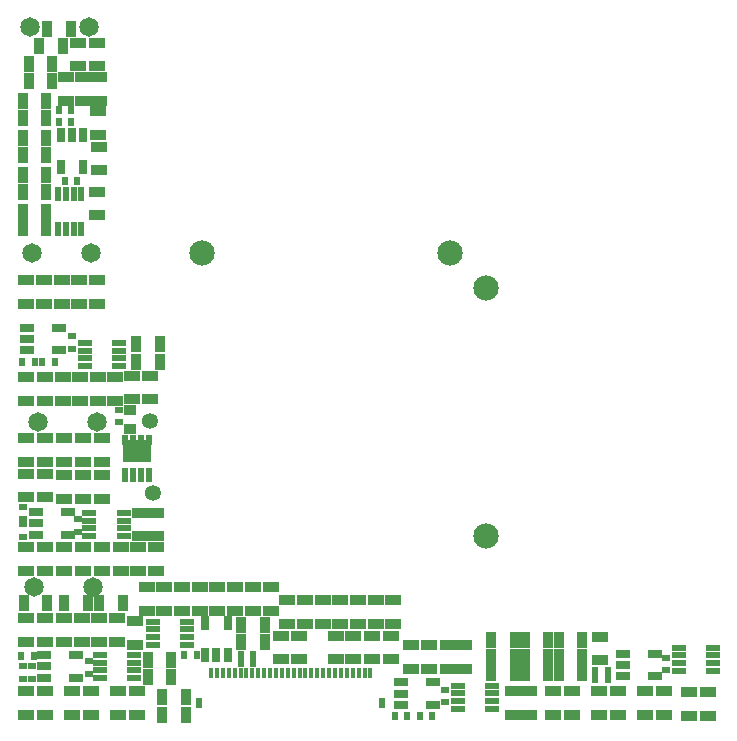
<source format=gbs>
G75*
%MOIN*%
%OFA0B0*%
%FSLAX25Y25*%
%IPPOS*%
%LPD*%
%AMOC8*
5,1,8,0,0,1.08239X$1,22.5*
%
%ADD10C,0.08474*%
%ADD11R,0.05718X0.03356*%
%ADD12R,0.04537X0.01978*%
%ADD13R,0.03356X0.05718*%
%ADD14R,0.04537X0.02765*%
%ADD15R,0.02962X0.02175*%
%ADD16R,0.01781X0.03750*%
%ADD17R,0.02175X0.03750*%
%ADD18R,0.02175X0.02962*%
%ADD19R,0.02765X0.04537*%
%ADD20R,0.01978X0.04537*%
%ADD21C,0.06506*%
%ADD22R,0.02175X0.04537*%
%ADD23R,0.09399X0.07391*%
%ADD24R,0.02175X0.03592*%
%ADD25R,0.04143X0.03356*%
%ADD26C,0.05324*%
D10*
X0249281Y0174478D03*
X0249281Y0257156D03*
X0237470Y0268967D03*
X0154793Y0268967D03*
D11*
X0096132Y0115030D03*
X0102431Y0115030D03*
X0102431Y0122904D03*
X0096132Y0122904D03*
X0111486Y0122904D03*
X0117785Y0122904D03*
X0117785Y0115030D03*
X0111486Y0115030D03*
X0126841Y0115030D03*
X0133140Y0115030D03*
X0133140Y0122904D03*
X0126841Y0122904D03*
X0132352Y0138258D03*
X0126447Y0139439D03*
X0126447Y0147313D03*
X0132352Y0146132D03*
X0136289Y0149675D03*
X0142195Y0149675D03*
X0148100Y0149675D03*
X0154006Y0149675D03*
X0159911Y0149675D03*
X0165817Y0149675D03*
X0171722Y0149675D03*
X0177628Y0149675D03*
X0183140Y0153219D03*
X0189045Y0153219D03*
X0194951Y0153219D03*
X0200856Y0153219D03*
X0206762Y0153219D03*
X0212667Y0153219D03*
X0218573Y0153219D03*
X0218573Y0145344D03*
X0217785Y0141407D03*
X0211486Y0141407D03*
X0212667Y0145344D03*
X0206762Y0145344D03*
X0205187Y0141407D03*
X0200856Y0145344D03*
X0199281Y0141407D03*
X0194951Y0145344D03*
X0189045Y0145344D03*
X0187077Y0141407D03*
X0183140Y0145344D03*
X0181171Y0141407D03*
X0181171Y0133533D03*
X0187077Y0133533D03*
X0199281Y0133533D03*
X0205187Y0133533D03*
X0211486Y0133533D03*
X0217785Y0133533D03*
X0224478Y0130384D03*
X0230384Y0130384D03*
X0236683Y0130384D03*
X0242195Y0130384D03*
X0242195Y0138258D03*
X0236683Y0138258D03*
X0230384Y0138258D03*
X0224478Y0138258D03*
X0258337Y0122904D03*
X0263848Y0122904D03*
X0271722Y0122904D03*
X0278022Y0122904D03*
X0278022Y0115030D03*
X0271722Y0115030D03*
X0263848Y0115030D03*
X0258337Y0115030D03*
X0287077Y0115030D03*
X0293376Y0115030D03*
X0293376Y0122904D03*
X0287077Y0122904D03*
X0287470Y0133140D03*
X0287470Y0141014D03*
X0302431Y0122904D03*
X0308730Y0122904D03*
X0308730Y0115030D03*
X0302431Y0115030D03*
X0316998Y0114636D03*
X0323297Y0114636D03*
X0323297Y0122510D03*
X0316998Y0122510D03*
X0177628Y0157549D03*
X0171722Y0157549D03*
X0165817Y0157549D03*
X0159911Y0157549D03*
X0154006Y0157549D03*
X0148100Y0157549D03*
X0142195Y0157549D03*
X0136289Y0157549D03*
X0133533Y0163061D03*
X0127628Y0163061D03*
X0121329Y0163061D03*
X0115030Y0163061D03*
X0108730Y0163061D03*
X0102431Y0163061D03*
X0096132Y0163061D03*
X0096132Y0170935D03*
X0102431Y0170935D03*
X0108730Y0170935D03*
X0115030Y0170935D03*
X0121329Y0170935D03*
X0127628Y0170935D03*
X0133533Y0170935D03*
X0133927Y0174478D03*
X0133927Y0182352D03*
X0139439Y0182352D03*
X0139439Y0174478D03*
X0139439Y0170935D03*
X0139439Y0163061D03*
X0120541Y0147313D03*
X0114636Y0147313D03*
X0114636Y0139439D03*
X0120541Y0139439D03*
X0108730Y0139439D03*
X0102431Y0139439D03*
X0096132Y0139439D03*
X0096132Y0147313D03*
X0102431Y0147313D03*
X0108730Y0147313D03*
X0108730Y0187077D03*
X0102431Y0187470D03*
X0096132Y0187470D03*
X0096132Y0195344D03*
X0096132Y0199281D03*
X0102431Y0199281D03*
X0102431Y0195344D03*
X0108730Y0194951D03*
X0108730Y0199281D03*
X0115030Y0199281D03*
X0115030Y0194951D03*
X0121329Y0194951D03*
X0121329Y0199281D03*
X0121329Y0207156D03*
X0115030Y0207156D03*
X0108730Y0207156D03*
X0102431Y0207156D03*
X0096132Y0207156D03*
X0096132Y0219754D03*
X0102431Y0219754D03*
X0108337Y0219754D03*
X0114242Y0219754D03*
X0120148Y0219754D03*
X0125659Y0219754D03*
X0131565Y0220148D03*
X0137470Y0220148D03*
X0137470Y0228022D03*
X0131565Y0228022D03*
X0125659Y0227628D03*
X0120148Y0227628D03*
X0114242Y0227628D03*
X0108337Y0227628D03*
X0102431Y0227628D03*
X0096132Y0227628D03*
X0096132Y0252037D03*
X0102037Y0252037D03*
X0107943Y0252037D03*
X0113848Y0252037D03*
X0119754Y0252037D03*
X0119754Y0259911D03*
X0113848Y0259911D03*
X0107943Y0259911D03*
X0102037Y0259911D03*
X0096132Y0259911D03*
X0119754Y0281565D03*
X0119754Y0289439D03*
X0120541Y0296526D03*
X0120541Y0304400D03*
X0120148Y0308337D03*
X0120148Y0316211D03*
X0120541Y0319754D03*
X0115030Y0319754D03*
X0109518Y0319754D03*
X0109518Y0327628D03*
X0113455Y0331171D03*
X0115030Y0327628D03*
X0120541Y0327628D03*
X0119754Y0331171D03*
X0119754Y0339045D03*
X0113455Y0339045D03*
X0115030Y0187077D03*
X0121329Y0187077D03*
D12*
X0117195Y0182254D03*
X0117195Y0179695D03*
X0117195Y0177136D03*
X0117195Y0174577D03*
X0128612Y0174577D03*
X0128612Y0177136D03*
X0128612Y0179695D03*
X0128612Y0182254D03*
X0138455Y0146033D03*
X0138455Y0143474D03*
X0138455Y0140915D03*
X0138455Y0138356D03*
X0132156Y0135010D03*
X0132156Y0132451D03*
X0132156Y0129892D03*
X0132156Y0127333D03*
X0120738Y0127333D03*
X0120738Y0129892D03*
X0120738Y0132451D03*
X0120738Y0135010D03*
X0149872Y0138356D03*
X0149872Y0140915D03*
X0149872Y0143474D03*
X0149872Y0146033D03*
X0127037Y0231270D03*
X0127037Y0233829D03*
X0127037Y0236388D03*
X0127037Y0238947D03*
X0115620Y0238947D03*
X0115620Y0236388D03*
X0115620Y0233829D03*
X0115620Y0231270D03*
X0240030Y0124774D03*
X0240030Y0122215D03*
X0240030Y0119656D03*
X0240030Y0117096D03*
X0251447Y0117096D03*
X0251447Y0119656D03*
X0251447Y0122215D03*
X0251447Y0124774D03*
X0313652Y0129695D03*
X0313652Y0132254D03*
X0313652Y0134813D03*
X0313652Y0137372D03*
X0325069Y0137372D03*
X0325069Y0134813D03*
X0325069Y0132254D03*
X0325069Y0129695D03*
D13*
X0281565Y0128809D03*
X0281565Y0134321D03*
X0281565Y0139833D03*
X0273691Y0139833D03*
X0270148Y0139833D03*
X0270148Y0134321D03*
X0273691Y0134321D03*
X0273691Y0128809D03*
X0270148Y0128809D03*
X0262274Y0128809D03*
X0259124Y0128809D03*
X0259124Y0134321D03*
X0262274Y0134321D03*
X0262274Y0139833D03*
X0259124Y0139833D03*
X0251250Y0139833D03*
X0251250Y0134321D03*
X0251250Y0128809D03*
X0175659Y0139439D03*
X0175659Y0144951D03*
X0167785Y0144951D03*
X0167785Y0139439D03*
X0144557Y0133140D03*
X0144557Y0127628D03*
X0141407Y0120935D03*
X0141407Y0115030D03*
X0149281Y0115030D03*
X0149281Y0120935D03*
X0136683Y0127628D03*
X0136683Y0133140D03*
X0128415Y0152431D03*
X0120541Y0152431D03*
X0116604Y0152431D03*
X0108730Y0152431D03*
X0103219Y0152431D03*
X0095344Y0152431D03*
X0132746Y0232746D03*
X0132746Y0238652D03*
X0140620Y0238652D03*
X0140620Y0232746D03*
X0102825Y0277234D03*
X0102825Y0282746D03*
X0102825Y0289439D03*
X0102825Y0294951D03*
X0102825Y0301644D03*
X0102825Y0307156D03*
X0102825Y0313848D03*
X0102825Y0319754D03*
X0104793Y0326447D03*
X0104793Y0331959D03*
X0108337Y0337864D03*
X0111093Y0343770D03*
X0103219Y0343770D03*
X0100463Y0337864D03*
X0096919Y0331959D03*
X0096919Y0326447D03*
X0094951Y0319754D03*
X0094951Y0313848D03*
X0094951Y0307156D03*
X0094951Y0301644D03*
X0094951Y0294951D03*
X0094951Y0289439D03*
X0094951Y0282746D03*
X0094951Y0277234D03*
D14*
X0096329Y0243967D03*
X0096329Y0240226D03*
X0096329Y0236486D03*
X0106959Y0236486D03*
X0106959Y0243967D03*
X0110108Y0182549D03*
X0110108Y0175069D03*
X0099478Y0175069D03*
X0099478Y0178809D03*
X0099478Y0182549D03*
X0102234Y0134911D03*
X0102234Y0131171D03*
X0102234Y0127431D03*
X0112864Y0127431D03*
X0112864Y0134911D03*
X0221132Y0125856D03*
X0221132Y0122116D03*
X0221132Y0118376D03*
X0231762Y0118376D03*
X0231762Y0125856D03*
X0295148Y0127825D03*
X0295148Y0131565D03*
X0295148Y0135305D03*
X0305778Y0135305D03*
X0305778Y0127825D03*
D15*
X0309518Y0129859D03*
X0309518Y0134059D03*
X0235896Y0123429D03*
X0235896Y0119229D03*
X0127234Y0212536D03*
X0127234Y0216736D03*
X0111486Y0236945D03*
X0111486Y0241145D03*
X0094951Y0184452D03*
X0094951Y0180252D03*
X0094951Y0178547D03*
X0094951Y0174347D03*
X0113455Y0175922D03*
X0113455Y0180122D03*
X0116998Y0132878D03*
X0116998Y0128678D03*
X0098100Y0127103D03*
X0094951Y0127103D03*
X0094951Y0131303D03*
X0098100Y0131303D03*
D16*
X0157746Y0128809D03*
X0159715Y0128809D03*
X0161683Y0128809D03*
X0163652Y0128809D03*
X0165620Y0128809D03*
X0167589Y0128809D03*
X0169557Y0128809D03*
X0171526Y0128809D03*
X0173494Y0128809D03*
X0175463Y0128809D03*
X0177431Y0128809D03*
X0179400Y0128809D03*
X0181368Y0128809D03*
X0183337Y0128809D03*
X0185305Y0128809D03*
X0187274Y0128809D03*
X0189242Y0128809D03*
X0191211Y0128809D03*
X0193179Y0128809D03*
X0195148Y0128809D03*
X0197116Y0128809D03*
X0199085Y0128809D03*
X0201053Y0128809D03*
X0203022Y0128809D03*
X0204990Y0128809D03*
X0206959Y0128809D03*
X0208927Y0128809D03*
X0210896Y0128809D03*
D17*
X0214833Y0118967D03*
X0153809Y0118967D03*
D18*
X0152956Y0134872D03*
X0148756Y0134872D03*
X0167654Y0135108D03*
X0167654Y0132352D03*
X0171854Y0132352D03*
X0171854Y0135108D03*
X0219032Y0114636D03*
X0223232Y0114636D03*
X0227300Y0114636D03*
X0231500Y0114636D03*
X0285764Y0126841D03*
X0285764Y0129596D03*
X0289964Y0129596D03*
X0289964Y0126841D03*
X0113193Y0292982D03*
X0108993Y0292982D03*
X0107024Y0312667D03*
X0107024Y0316604D03*
X0111224Y0316604D03*
X0111224Y0312667D03*
X0105712Y0232746D03*
X0101512Y0232746D03*
X0099019Y0232746D03*
X0094819Y0232746D03*
X0094426Y0134715D03*
X0098626Y0134715D03*
D19*
X0155778Y0134911D03*
X0159518Y0134911D03*
X0163258Y0134911D03*
X0163258Y0145541D03*
X0155778Y0145541D03*
X0115226Y0297510D03*
X0107746Y0297510D03*
X0107746Y0308140D03*
X0111486Y0308140D03*
X0115226Y0308140D03*
D20*
X0114537Y0288455D03*
X0111978Y0288455D03*
X0109419Y0288455D03*
X0106860Y0288455D03*
X0106860Y0277037D03*
X0109419Y0277037D03*
X0111978Y0277037D03*
X0114537Y0277037D03*
D21*
X0117785Y0268967D03*
X0098100Y0268967D03*
X0100069Y0212667D03*
X0119754Y0212667D03*
X0118494Y0157707D03*
X0098809Y0157707D03*
X0097313Y0344163D03*
X0116998Y0344163D03*
D22*
X0129242Y0194951D03*
X0131841Y0194951D03*
X0134439Y0194951D03*
X0137037Y0194951D03*
D23*
X0133140Y0202825D03*
D24*
X0134439Y0206683D03*
X0137037Y0206683D03*
X0131841Y0206683D03*
X0129242Y0206683D03*
D25*
X0130778Y0210226D03*
X0130778Y0216683D03*
D26*
X0137470Y0213061D03*
X0138258Y0189045D03*
M02*

</source>
